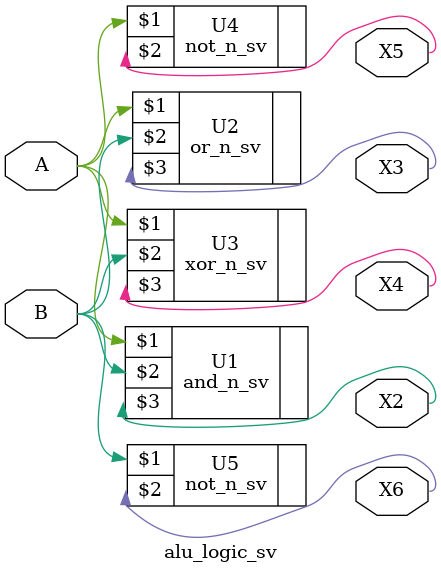
<source format=sv>
module alu_logic_sv #(parameter N = 1)
							(input  logic [N-1:0] A, B,
							 output logic [N-1:0] X2, X3, X4, X5, X6);		 

	and_n_sv #(N) U1 (A, B, X2);
	or_n_sv  #(N) U2 (A, B, X3);
	xor_n_sv #(N) U3 (A, B, X4);
	not_n_sv #(N) U4 (A, X5);
	not_n_sv #(N) U5 (B, X6);
							 							 
endmodule 
</source>
